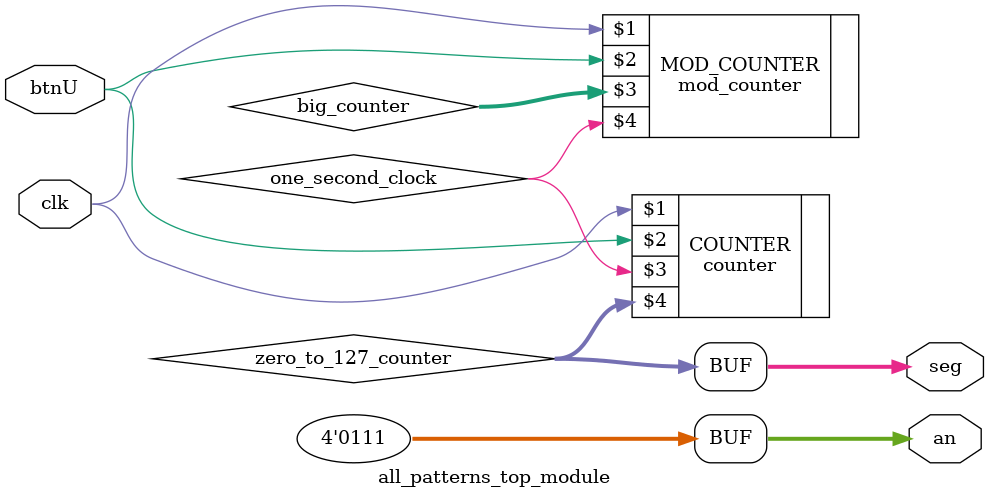
<source format=v>


module all_patterns_top_module(clk, btnU, seg, an);
    parameter C = 28; //27..0 counter
    parameter N7 = 7 ;
    parameter N4 = 4 ;
    parameter CRYSTAL = 100 ; // 100 MHZ
    parameter NUM_SEC = 1 ;
    parameter STOPAT = (CRYSTAL * 1_000_000 * NUM_SEC)- 1 ;

    input clk, btnU;
    output [N7-1:0] seg; // These are backwards, to match the zero_to_127_counter
    wire   [N7-1:0] zero_to_127_counter;
    output [N4-1:0] an;
    wire [C-1:0] big_counter;
    wire one_second_clock;

    assign an = 4'b0111; // ON off off off
    mod_counter #(C,STOPAT) MOD_COUNTER(clk, btnU, big_counter, one_second_clock);
    counter #(N7) COUNTER(clk, btnU, one_second_clock, zero_to_127_counter);
    assign seg = zero_to_127_counter;
endmodule



</source>
